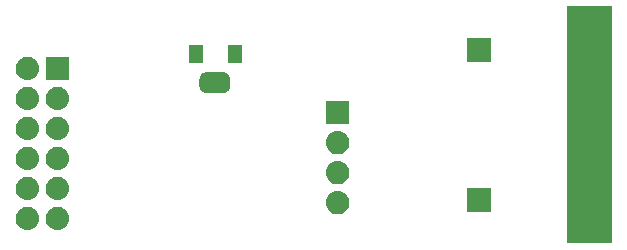
<source format=gts>
G04 #@! TF.GenerationSoftware,KiCad,Pcbnew,(5.1.4)-1*
G04 #@! TF.CreationDate,2020-08-19T00:59:48+01:00*
G04 #@! TF.ProjectId,buffer,62756666-6572-42e6-9b69-6361645f7063,rev?*
G04 #@! TF.SameCoordinates,Original*
G04 #@! TF.FileFunction,Soldermask,Top*
G04 #@! TF.FilePolarity,Negative*
%FSLAX46Y46*%
G04 Gerber Fmt 4.6, Leading zero omitted, Abs format (unit mm)*
G04 Created by KiCad (PCBNEW (5.1.4)-1) date 2020-08-19 00:59:48*
%MOMM*%
%LPD*%
G04 APERTURE LIST*
%ADD10C,0.100000*%
G04 APERTURE END LIST*
D10*
G36*
X87300200Y-49191560D02*
G01*
X83500200Y-49191560D01*
X83500200Y-29111560D01*
X87300200Y-29111560D01*
X87300200Y-49191560D01*
X87300200Y-49191560D01*
G37*
G36*
X40549836Y-46090830D02*
G01*
X40738332Y-46148009D01*
X40912058Y-46240868D01*
X41064328Y-46365832D01*
X41189292Y-46518102D01*
X41282151Y-46691828D01*
X41339330Y-46880324D01*
X41358638Y-47076360D01*
X41339330Y-47272396D01*
X41282151Y-47460892D01*
X41189292Y-47634618D01*
X41064328Y-47786888D01*
X40912058Y-47911852D01*
X40738332Y-48004711D01*
X40549836Y-48061890D01*
X40402920Y-48076360D01*
X40304680Y-48076360D01*
X40157764Y-48061890D01*
X39969268Y-48004711D01*
X39795542Y-47911852D01*
X39643272Y-47786888D01*
X39518308Y-47634618D01*
X39425449Y-47460892D01*
X39368270Y-47272396D01*
X39348962Y-47076360D01*
X39368270Y-46880324D01*
X39425449Y-46691828D01*
X39518308Y-46518102D01*
X39643272Y-46365832D01*
X39795542Y-46240868D01*
X39969268Y-46148009D01*
X40157764Y-46090830D01*
X40304680Y-46076360D01*
X40402920Y-46076360D01*
X40549836Y-46090830D01*
X40549836Y-46090830D01*
G37*
G36*
X38009836Y-46090830D02*
G01*
X38198332Y-46148009D01*
X38372058Y-46240868D01*
X38524328Y-46365832D01*
X38649292Y-46518102D01*
X38742151Y-46691828D01*
X38799330Y-46880324D01*
X38818638Y-47076360D01*
X38799330Y-47272396D01*
X38742151Y-47460892D01*
X38649292Y-47634618D01*
X38524328Y-47786888D01*
X38372058Y-47911852D01*
X38198332Y-48004711D01*
X38009836Y-48061890D01*
X37862920Y-48076360D01*
X37764680Y-48076360D01*
X37617764Y-48061890D01*
X37429268Y-48004711D01*
X37255542Y-47911852D01*
X37103272Y-47786888D01*
X36978308Y-47634618D01*
X36885449Y-47460892D01*
X36828270Y-47272396D01*
X36808962Y-47076360D01*
X36828270Y-46880324D01*
X36885449Y-46691828D01*
X36978308Y-46518102D01*
X37103272Y-46365832D01*
X37255542Y-46240868D01*
X37429268Y-46148009D01*
X37617764Y-46090830D01*
X37764680Y-46076360D01*
X37862920Y-46076360D01*
X38009836Y-46090830D01*
X38009836Y-46090830D01*
G37*
G36*
X64273436Y-44744630D02*
G01*
X64461932Y-44801809D01*
X64635658Y-44894668D01*
X64787928Y-45019632D01*
X64912892Y-45171902D01*
X65005751Y-45345628D01*
X65062930Y-45534124D01*
X65082238Y-45730160D01*
X65062930Y-45926196D01*
X65005751Y-46114692D01*
X64912892Y-46288418D01*
X64787928Y-46440688D01*
X64635658Y-46565652D01*
X64461932Y-46658511D01*
X64273436Y-46715690D01*
X64126520Y-46730160D01*
X64028280Y-46730160D01*
X63881364Y-46715690D01*
X63692868Y-46658511D01*
X63519142Y-46565652D01*
X63366872Y-46440688D01*
X63241908Y-46288418D01*
X63149049Y-46114692D01*
X63091870Y-45926196D01*
X63072562Y-45730160D01*
X63091870Y-45534124D01*
X63149049Y-45345628D01*
X63241908Y-45171902D01*
X63366872Y-45019632D01*
X63519142Y-44894668D01*
X63692868Y-44801809D01*
X63881364Y-44744630D01*
X64028280Y-44730160D01*
X64126520Y-44730160D01*
X64273436Y-44744630D01*
X64273436Y-44744630D01*
G37*
G36*
X77033180Y-46504100D02*
G01*
X75033180Y-46504100D01*
X75033180Y-44504100D01*
X77033180Y-44504100D01*
X77033180Y-46504100D01*
X77033180Y-46504100D01*
G37*
G36*
X40549836Y-43550830D02*
G01*
X40738332Y-43608009D01*
X40912058Y-43700868D01*
X41064328Y-43825832D01*
X41189292Y-43978102D01*
X41282151Y-44151828D01*
X41339330Y-44340324D01*
X41358638Y-44536360D01*
X41339330Y-44732396D01*
X41282151Y-44920892D01*
X41189292Y-45094618D01*
X41064328Y-45246888D01*
X40912058Y-45371852D01*
X40738332Y-45464711D01*
X40549836Y-45521890D01*
X40402920Y-45536360D01*
X40304680Y-45536360D01*
X40157764Y-45521890D01*
X39969268Y-45464711D01*
X39795542Y-45371852D01*
X39643272Y-45246888D01*
X39518308Y-45094618D01*
X39425449Y-44920892D01*
X39368270Y-44732396D01*
X39348962Y-44536360D01*
X39368270Y-44340324D01*
X39425449Y-44151828D01*
X39518308Y-43978102D01*
X39643272Y-43825832D01*
X39795542Y-43700868D01*
X39969268Y-43608009D01*
X40157764Y-43550830D01*
X40304680Y-43536360D01*
X40402920Y-43536360D01*
X40549836Y-43550830D01*
X40549836Y-43550830D01*
G37*
G36*
X38009836Y-43550830D02*
G01*
X38198332Y-43608009D01*
X38372058Y-43700868D01*
X38524328Y-43825832D01*
X38649292Y-43978102D01*
X38742151Y-44151828D01*
X38799330Y-44340324D01*
X38818638Y-44536360D01*
X38799330Y-44732396D01*
X38742151Y-44920892D01*
X38649292Y-45094618D01*
X38524328Y-45246888D01*
X38372058Y-45371852D01*
X38198332Y-45464711D01*
X38009836Y-45521890D01*
X37862920Y-45536360D01*
X37764680Y-45536360D01*
X37617764Y-45521890D01*
X37429268Y-45464711D01*
X37255542Y-45371852D01*
X37103272Y-45246888D01*
X36978308Y-45094618D01*
X36885449Y-44920892D01*
X36828270Y-44732396D01*
X36808962Y-44536360D01*
X36828270Y-44340324D01*
X36885449Y-44151828D01*
X36978308Y-43978102D01*
X37103272Y-43825832D01*
X37255542Y-43700868D01*
X37429268Y-43608009D01*
X37617764Y-43550830D01*
X37764680Y-43536360D01*
X37862920Y-43536360D01*
X38009836Y-43550830D01*
X38009836Y-43550830D01*
G37*
G36*
X64273436Y-42204630D02*
G01*
X64461932Y-42261809D01*
X64635658Y-42354668D01*
X64787928Y-42479632D01*
X64912892Y-42631902D01*
X65005751Y-42805628D01*
X65062930Y-42994124D01*
X65082238Y-43190160D01*
X65062930Y-43386196D01*
X65005751Y-43574692D01*
X64912892Y-43748418D01*
X64787928Y-43900688D01*
X64635658Y-44025652D01*
X64461932Y-44118511D01*
X64273436Y-44175690D01*
X64126520Y-44190160D01*
X64028280Y-44190160D01*
X63881364Y-44175690D01*
X63692868Y-44118511D01*
X63519142Y-44025652D01*
X63366872Y-43900688D01*
X63241908Y-43748418D01*
X63149049Y-43574692D01*
X63091870Y-43386196D01*
X63072562Y-43190160D01*
X63091870Y-42994124D01*
X63149049Y-42805628D01*
X63241908Y-42631902D01*
X63366872Y-42479632D01*
X63519142Y-42354668D01*
X63692868Y-42261809D01*
X63881364Y-42204630D01*
X64028280Y-42190160D01*
X64126520Y-42190160D01*
X64273436Y-42204630D01*
X64273436Y-42204630D01*
G37*
G36*
X40549836Y-41010830D02*
G01*
X40738332Y-41068009D01*
X40912058Y-41160868D01*
X41064328Y-41285832D01*
X41189292Y-41438102D01*
X41282151Y-41611828D01*
X41339330Y-41800324D01*
X41358638Y-41996360D01*
X41339330Y-42192396D01*
X41282151Y-42380892D01*
X41189292Y-42554618D01*
X41064328Y-42706888D01*
X40912058Y-42831852D01*
X40738332Y-42924711D01*
X40549836Y-42981890D01*
X40402920Y-42996360D01*
X40304680Y-42996360D01*
X40157764Y-42981890D01*
X39969268Y-42924711D01*
X39795542Y-42831852D01*
X39643272Y-42706888D01*
X39518308Y-42554618D01*
X39425449Y-42380892D01*
X39368270Y-42192396D01*
X39348962Y-41996360D01*
X39368270Y-41800324D01*
X39425449Y-41611828D01*
X39518308Y-41438102D01*
X39643272Y-41285832D01*
X39795542Y-41160868D01*
X39969268Y-41068009D01*
X40157764Y-41010830D01*
X40304680Y-40996360D01*
X40402920Y-40996360D01*
X40549836Y-41010830D01*
X40549836Y-41010830D01*
G37*
G36*
X38009836Y-41010830D02*
G01*
X38198332Y-41068009D01*
X38372058Y-41160868D01*
X38524328Y-41285832D01*
X38649292Y-41438102D01*
X38742151Y-41611828D01*
X38799330Y-41800324D01*
X38818638Y-41996360D01*
X38799330Y-42192396D01*
X38742151Y-42380892D01*
X38649292Y-42554618D01*
X38524328Y-42706888D01*
X38372058Y-42831852D01*
X38198332Y-42924711D01*
X38009836Y-42981890D01*
X37862920Y-42996360D01*
X37764680Y-42996360D01*
X37617764Y-42981890D01*
X37429268Y-42924711D01*
X37255542Y-42831852D01*
X37103272Y-42706888D01*
X36978308Y-42554618D01*
X36885449Y-42380892D01*
X36828270Y-42192396D01*
X36808962Y-41996360D01*
X36828270Y-41800324D01*
X36885449Y-41611828D01*
X36978308Y-41438102D01*
X37103272Y-41285832D01*
X37255542Y-41160868D01*
X37429268Y-41068009D01*
X37617764Y-41010830D01*
X37764680Y-40996360D01*
X37862920Y-40996360D01*
X38009836Y-41010830D01*
X38009836Y-41010830D01*
G37*
G36*
X64273436Y-39664630D02*
G01*
X64461932Y-39721809D01*
X64635658Y-39814668D01*
X64787928Y-39939632D01*
X64912892Y-40091902D01*
X65005751Y-40265628D01*
X65062930Y-40454124D01*
X65082238Y-40650160D01*
X65062930Y-40846196D01*
X65005751Y-41034692D01*
X64912892Y-41208418D01*
X64787928Y-41360688D01*
X64635658Y-41485652D01*
X64461932Y-41578511D01*
X64273436Y-41635690D01*
X64126520Y-41650160D01*
X64028280Y-41650160D01*
X63881364Y-41635690D01*
X63692868Y-41578511D01*
X63519142Y-41485652D01*
X63366872Y-41360688D01*
X63241908Y-41208418D01*
X63149049Y-41034692D01*
X63091870Y-40846196D01*
X63072562Y-40650160D01*
X63091870Y-40454124D01*
X63149049Y-40265628D01*
X63241908Y-40091902D01*
X63366872Y-39939632D01*
X63519142Y-39814668D01*
X63692868Y-39721809D01*
X63881364Y-39664630D01*
X64028280Y-39650160D01*
X64126520Y-39650160D01*
X64273436Y-39664630D01*
X64273436Y-39664630D01*
G37*
G36*
X40549836Y-38470830D02*
G01*
X40738332Y-38528009D01*
X40912058Y-38620868D01*
X41064328Y-38745832D01*
X41189292Y-38898102D01*
X41282151Y-39071828D01*
X41339330Y-39260324D01*
X41358638Y-39456360D01*
X41339330Y-39652396D01*
X41282151Y-39840892D01*
X41189292Y-40014618D01*
X41064328Y-40166888D01*
X40912058Y-40291852D01*
X40738332Y-40384711D01*
X40549836Y-40441890D01*
X40402920Y-40456360D01*
X40304680Y-40456360D01*
X40157764Y-40441890D01*
X39969268Y-40384711D01*
X39795542Y-40291852D01*
X39643272Y-40166888D01*
X39518308Y-40014618D01*
X39425449Y-39840892D01*
X39368270Y-39652396D01*
X39348962Y-39456360D01*
X39368270Y-39260324D01*
X39425449Y-39071828D01*
X39518308Y-38898102D01*
X39643272Y-38745832D01*
X39795542Y-38620868D01*
X39969268Y-38528009D01*
X40157764Y-38470830D01*
X40304680Y-38456360D01*
X40402920Y-38456360D01*
X40549836Y-38470830D01*
X40549836Y-38470830D01*
G37*
G36*
X38009836Y-38470830D02*
G01*
X38198332Y-38528009D01*
X38372058Y-38620868D01*
X38524328Y-38745832D01*
X38649292Y-38898102D01*
X38742151Y-39071828D01*
X38799330Y-39260324D01*
X38818638Y-39456360D01*
X38799330Y-39652396D01*
X38742151Y-39840892D01*
X38649292Y-40014618D01*
X38524328Y-40166888D01*
X38372058Y-40291852D01*
X38198332Y-40384711D01*
X38009836Y-40441890D01*
X37862920Y-40456360D01*
X37764680Y-40456360D01*
X37617764Y-40441890D01*
X37429268Y-40384711D01*
X37255542Y-40291852D01*
X37103272Y-40166888D01*
X36978308Y-40014618D01*
X36885449Y-39840892D01*
X36828270Y-39652396D01*
X36808962Y-39456360D01*
X36828270Y-39260324D01*
X36885449Y-39071828D01*
X36978308Y-38898102D01*
X37103272Y-38745832D01*
X37255542Y-38620868D01*
X37429268Y-38528009D01*
X37617764Y-38470830D01*
X37764680Y-38456360D01*
X37862920Y-38456360D01*
X38009836Y-38470830D01*
X38009836Y-38470830D01*
G37*
G36*
X65077400Y-39110160D02*
G01*
X63077400Y-39110160D01*
X63077400Y-37110160D01*
X65077400Y-37110160D01*
X65077400Y-39110160D01*
X65077400Y-39110160D01*
G37*
G36*
X38009836Y-35930830D02*
G01*
X38198332Y-35988009D01*
X38372058Y-36080868D01*
X38524328Y-36205832D01*
X38649292Y-36358102D01*
X38742151Y-36531828D01*
X38799330Y-36720324D01*
X38818638Y-36916360D01*
X38799330Y-37112396D01*
X38742151Y-37300892D01*
X38649292Y-37474618D01*
X38524328Y-37626888D01*
X38372058Y-37751852D01*
X38198332Y-37844711D01*
X38009836Y-37901890D01*
X37862920Y-37916360D01*
X37764680Y-37916360D01*
X37617764Y-37901890D01*
X37429268Y-37844711D01*
X37255542Y-37751852D01*
X37103272Y-37626888D01*
X36978308Y-37474618D01*
X36885449Y-37300892D01*
X36828270Y-37112396D01*
X36808962Y-36916360D01*
X36828270Y-36720324D01*
X36885449Y-36531828D01*
X36978308Y-36358102D01*
X37103272Y-36205832D01*
X37255542Y-36080868D01*
X37429268Y-35988009D01*
X37617764Y-35930830D01*
X37764680Y-35916360D01*
X37862920Y-35916360D01*
X38009836Y-35930830D01*
X38009836Y-35930830D01*
G37*
G36*
X40549836Y-35930830D02*
G01*
X40738332Y-35988009D01*
X40912058Y-36080868D01*
X41064328Y-36205832D01*
X41189292Y-36358102D01*
X41282151Y-36531828D01*
X41339330Y-36720324D01*
X41358638Y-36916360D01*
X41339330Y-37112396D01*
X41282151Y-37300892D01*
X41189292Y-37474618D01*
X41064328Y-37626888D01*
X40912058Y-37751852D01*
X40738332Y-37844711D01*
X40549836Y-37901890D01*
X40402920Y-37916360D01*
X40304680Y-37916360D01*
X40157764Y-37901890D01*
X39969268Y-37844711D01*
X39795542Y-37751852D01*
X39643272Y-37626888D01*
X39518308Y-37474618D01*
X39425449Y-37300892D01*
X39368270Y-37112396D01*
X39348962Y-36916360D01*
X39368270Y-36720324D01*
X39425449Y-36531828D01*
X39518308Y-36358102D01*
X39643272Y-36205832D01*
X39795542Y-36080868D01*
X39969268Y-35988009D01*
X40157764Y-35930830D01*
X40304680Y-35916360D01*
X40402920Y-35916360D01*
X40549836Y-35930830D01*
X40549836Y-35930830D01*
G37*
G36*
X53555506Y-34667250D02*
G01*
X53565517Y-34670287D01*
X53583780Y-34675827D01*
X53608013Y-34688780D01*
X53614819Y-34692418D01*
X53638363Y-34702170D01*
X53663358Y-34707142D01*
X53688842Y-34707142D01*
X53713836Y-34702170D01*
X53737381Y-34692418D01*
X53744187Y-34688780D01*
X53768420Y-34675827D01*
X53786683Y-34670287D01*
X53796694Y-34667250D01*
X53832486Y-34663725D01*
X54319714Y-34663725D01*
X54337807Y-34665507D01*
X54350549Y-34666133D01*
X54368723Y-34666133D01*
X54410902Y-34670287D01*
X54494499Y-34686916D01*
X54500639Y-34688778D01*
X54500647Y-34688780D01*
X54528922Y-34697357D01*
X54528925Y-34697358D01*
X54535063Y-34699220D01*
X54613816Y-34731840D01*
X54619474Y-34734864D01*
X54619478Y-34734866D01*
X54645537Y-34748795D01*
X54645544Y-34748800D01*
X54651200Y-34751823D01*
X54722077Y-34799181D01*
X54754837Y-34826067D01*
X54815113Y-34886343D01*
X54841999Y-34919103D01*
X54889357Y-34989980D01*
X54892380Y-34995636D01*
X54892385Y-34995643D01*
X54906314Y-35021702D01*
X54906316Y-35021706D01*
X54909340Y-35027364D01*
X54941960Y-35106117D01*
X54943822Y-35112255D01*
X54943823Y-35112258D01*
X54952400Y-35140533D01*
X54952402Y-35140541D01*
X54954264Y-35146681D01*
X54970893Y-35230278D01*
X54975047Y-35272457D01*
X54975047Y-35290631D01*
X54975673Y-35303373D01*
X54977455Y-35321466D01*
X54977455Y-35808694D01*
X54975673Y-35826787D01*
X54975047Y-35839529D01*
X54975047Y-35857703D01*
X54970893Y-35899882D01*
X54954264Y-35983479D01*
X54952402Y-35989619D01*
X54952400Y-35989627D01*
X54943823Y-36017902D01*
X54941960Y-36024043D01*
X54909340Y-36102796D01*
X54906316Y-36108454D01*
X54906314Y-36108458D01*
X54892385Y-36134517D01*
X54892380Y-36134524D01*
X54889357Y-36140180D01*
X54841999Y-36211057D01*
X54815113Y-36243817D01*
X54754837Y-36304093D01*
X54722077Y-36330979D01*
X54651200Y-36378337D01*
X54645544Y-36381360D01*
X54645537Y-36381365D01*
X54619478Y-36395294D01*
X54619474Y-36395296D01*
X54613816Y-36398320D01*
X54535063Y-36430940D01*
X54528925Y-36432802D01*
X54528922Y-36432803D01*
X54500647Y-36441380D01*
X54500639Y-36441382D01*
X54494499Y-36443244D01*
X54410902Y-36459873D01*
X54368723Y-36464027D01*
X54350549Y-36464027D01*
X54337807Y-36464653D01*
X54326100Y-36465806D01*
X54319714Y-36466435D01*
X53832486Y-36466435D01*
X53796694Y-36462910D01*
X53782558Y-36458622D01*
X53768420Y-36454333D01*
X53742361Y-36440404D01*
X53742360Y-36440404D01*
X53737381Y-36437742D01*
X53713837Y-36427990D01*
X53688842Y-36423018D01*
X53663358Y-36423018D01*
X53638364Y-36427990D01*
X53614819Y-36437742D01*
X53609840Y-36440404D01*
X53609839Y-36440404D01*
X53583780Y-36454333D01*
X53569643Y-36458621D01*
X53555506Y-36462910D01*
X53519714Y-36466435D01*
X53032486Y-36466435D01*
X53014393Y-36464653D01*
X53001651Y-36464027D01*
X52983477Y-36464027D01*
X52941298Y-36459873D01*
X52857701Y-36443244D01*
X52851561Y-36441382D01*
X52851553Y-36441380D01*
X52823278Y-36432803D01*
X52823275Y-36432802D01*
X52817137Y-36430940D01*
X52738384Y-36398320D01*
X52732726Y-36395296D01*
X52732722Y-36395294D01*
X52706663Y-36381365D01*
X52706656Y-36381360D01*
X52701000Y-36378337D01*
X52630123Y-36330979D01*
X52597363Y-36304093D01*
X52537087Y-36243817D01*
X52510201Y-36211057D01*
X52462843Y-36140180D01*
X52459820Y-36134524D01*
X52459815Y-36134517D01*
X52445886Y-36108458D01*
X52445884Y-36108454D01*
X52442860Y-36102796D01*
X52410240Y-36024043D01*
X52408377Y-36017902D01*
X52399800Y-35989627D01*
X52399798Y-35989619D01*
X52397936Y-35983479D01*
X52381307Y-35899882D01*
X52377153Y-35857703D01*
X52377153Y-35839529D01*
X52376527Y-35826787D01*
X52374745Y-35808694D01*
X52374745Y-35321466D01*
X52376527Y-35303373D01*
X52377153Y-35290631D01*
X52377153Y-35272457D01*
X52381307Y-35230278D01*
X52397936Y-35146681D01*
X52399798Y-35140541D01*
X52399800Y-35140533D01*
X52408377Y-35112258D01*
X52408378Y-35112255D01*
X52410240Y-35106117D01*
X52442860Y-35027364D01*
X52445884Y-35021706D01*
X52445886Y-35021702D01*
X52459815Y-34995643D01*
X52459820Y-34995636D01*
X52462843Y-34989980D01*
X52510201Y-34919103D01*
X52537087Y-34886343D01*
X52597363Y-34826067D01*
X52630123Y-34799181D01*
X52701000Y-34751823D01*
X52706656Y-34748800D01*
X52706663Y-34748795D01*
X52732722Y-34734866D01*
X52732726Y-34734864D01*
X52738384Y-34731840D01*
X52817137Y-34699220D01*
X52823275Y-34697358D01*
X52823278Y-34697357D01*
X52851553Y-34688780D01*
X52851561Y-34688778D01*
X52857701Y-34686916D01*
X52941298Y-34670287D01*
X52983477Y-34666133D01*
X53001651Y-34666133D01*
X53014393Y-34665507D01*
X53032486Y-34663725D01*
X53519714Y-34663725D01*
X53555506Y-34667250D01*
X53555506Y-34667250D01*
G37*
G36*
X38009836Y-33390830D02*
G01*
X38198332Y-33448009D01*
X38372058Y-33540868D01*
X38524328Y-33665832D01*
X38649292Y-33818102D01*
X38742151Y-33991828D01*
X38799330Y-34180324D01*
X38818638Y-34376360D01*
X38799330Y-34572396D01*
X38742151Y-34760892D01*
X38649292Y-34934618D01*
X38524328Y-35086888D01*
X38372058Y-35211852D01*
X38198332Y-35304711D01*
X38009836Y-35361890D01*
X37862920Y-35376360D01*
X37764680Y-35376360D01*
X37617764Y-35361890D01*
X37429268Y-35304711D01*
X37255542Y-35211852D01*
X37103272Y-35086888D01*
X36978308Y-34934618D01*
X36885449Y-34760892D01*
X36828270Y-34572396D01*
X36808962Y-34376360D01*
X36828270Y-34180324D01*
X36885449Y-33991828D01*
X36978308Y-33818102D01*
X37103272Y-33665832D01*
X37255542Y-33540868D01*
X37429268Y-33448009D01*
X37617764Y-33390830D01*
X37764680Y-33376360D01*
X37862920Y-33376360D01*
X38009836Y-33390830D01*
X38009836Y-33390830D01*
G37*
G36*
X41353800Y-35376360D02*
G01*
X39353800Y-35376360D01*
X39353800Y-33376360D01*
X41353800Y-33376360D01*
X41353800Y-35376360D01*
X41353800Y-35376360D01*
G37*
G36*
X52661660Y-33899540D02*
G01*
X51461660Y-33899540D01*
X51461660Y-32399540D01*
X52661660Y-32399540D01*
X52661660Y-33899540D01*
X52661660Y-33899540D01*
G37*
G36*
X55961660Y-33899540D02*
G01*
X54761660Y-33899540D01*
X54761660Y-32399540D01*
X55961660Y-32399540D01*
X55961660Y-33899540D01*
X55961660Y-33899540D01*
G37*
G36*
X77040800Y-33801560D02*
G01*
X75040800Y-33801560D01*
X75040800Y-31801560D01*
X77040800Y-31801560D01*
X77040800Y-33801560D01*
X77040800Y-33801560D01*
G37*
M02*

</source>
